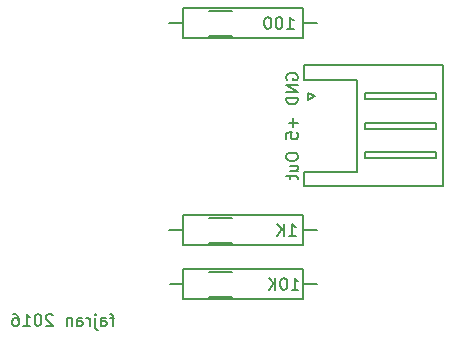
<source format=gbr>
G04 #@! TF.FileFunction,Legend,Bot*
%FSLAX46Y46*%
G04 Gerber Fmt 4.6, Leading zero omitted, Abs format (unit mm)*
G04 Created by KiCad (PCBNEW 4.0.2+e4-6225~38~ubuntu15.04.1-stable) date zo 07 aug 2016 00:42:35 CEST*
%MOMM*%
G01*
G04 APERTURE LIST*
%ADD10C,0.100000*%
%ADD11C,0.200000*%
%ADD12C,0.150000*%
G04 APERTURE END LIST*
D10*
D11*
X145954762Y-114085714D02*
X145573810Y-114085714D01*
X145811905Y-114752381D02*
X145811905Y-113895238D01*
X145764286Y-113800000D01*
X145669048Y-113752381D01*
X145573810Y-113752381D01*
X144811904Y-114752381D02*
X144811904Y-114228571D01*
X144859523Y-114133333D01*
X144954761Y-114085714D01*
X145145238Y-114085714D01*
X145240476Y-114133333D01*
X144811904Y-114704762D02*
X144907142Y-114752381D01*
X145145238Y-114752381D01*
X145240476Y-114704762D01*
X145288095Y-114609524D01*
X145288095Y-114514286D01*
X145240476Y-114419048D01*
X145145238Y-114371429D01*
X144907142Y-114371429D01*
X144811904Y-114323810D01*
X144335714Y-114085714D02*
X144335714Y-114942857D01*
X144383333Y-115038095D01*
X144478571Y-115085714D01*
X144526190Y-115085714D01*
X144335714Y-113752381D02*
X144383333Y-113800000D01*
X144335714Y-113847619D01*
X144288095Y-113800000D01*
X144335714Y-113752381D01*
X144335714Y-113847619D01*
X143859524Y-114752381D02*
X143859524Y-114085714D01*
X143859524Y-114276190D02*
X143811905Y-114180952D01*
X143764286Y-114133333D01*
X143669048Y-114085714D01*
X143573809Y-114085714D01*
X142811904Y-114752381D02*
X142811904Y-114228571D01*
X142859523Y-114133333D01*
X142954761Y-114085714D01*
X143145238Y-114085714D01*
X143240476Y-114133333D01*
X142811904Y-114704762D02*
X142907142Y-114752381D01*
X143145238Y-114752381D01*
X143240476Y-114704762D01*
X143288095Y-114609524D01*
X143288095Y-114514286D01*
X143240476Y-114419048D01*
X143145238Y-114371429D01*
X142907142Y-114371429D01*
X142811904Y-114323810D01*
X142335714Y-114085714D02*
X142335714Y-114752381D01*
X142335714Y-114180952D02*
X142288095Y-114133333D01*
X142192857Y-114085714D01*
X142049999Y-114085714D01*
X141954761Y-114133333D01*
X141907142Y-114228571D01*
X141907142Y-114752381D01*
X140716666Y-113847619D02*
X140669047Y-113800000D01*
X140573809Y-113752381D01*
X140335713Y-113752381D01*
X140240475Y-113800000D01*
X140192856Y-113847619D01*
X140145237Y-113942857D01*
X140145237Y-114038095D01*
X140192856Y-114180952D01*
X140764285Y-114752381D01*
X140145237Y-114752381D01*
X139526190Y-113752381D02*
X139430951Y-113752381D01*
X139335713Y-113800000D01*
X139288094Y-113847619D01*
X139240475Y-113942857D01*
X139192856Y-114133333D01*
X139192856Y-114371429D01*
X139240475Y-114561905D01*
X139288094Y-114657143D01*
X139335713Y-114704762D01*
X139430951Y-114752381D01*
X139526190Y-114752381D01*
X139621428Y-114704762D01*
X139669047Y-114657143D01*
X139716666Y-114561905D01*
X139764285Y-114371429D01*
X139764285Y-114133333D01*
X139716666Y-113942857D01*
X139669047Y-113847619D01*
X139621428Y-113800000D01*
X139526190Y-113752381D01*
X138240475Y-114752381D02*
X138811904Y-114752381D01*
X138526190Y-114752381D02*
X138526190Y-113752381D01*
X138621428Y-113895238D01*
X138716666Y-113990476D01*
X138811904Y-114038095D01*
X137383332Y-113752381D02*
X137573809Y-113752381D01*
X137669047Y-113800000D01*
X137716666Y-113847619D01*
X137811904Y-113990476D01*
X137859523Y-114180952D01*
X137859523Y-114561905D01*
X137811904Y-114657143D01*
X137764285Y-114704762D01*
X137669047Y-114752381D01*
X137478570Y-114752381D01*
X137383332Y-114704762D01*
X137335713Y-114657143D01*
X137288094Y-114561905D01*
X137288094Y-114323810D01*
X137335713Y-114228571D01*
X137383332Y-114180952D01*
X137478570Y-114133333D01*
X137669047Y-114133333D01*
X137764285Y-114180952D01*
X137811904Y-114228571D01*
X137859523Y-114323810D01*
D12*
X160536000Y-93909048D02*
X160488381Y-93813810D01*
X160488381Y-93670953D01*
X160536000Y-93528095D01*
X160631238Y-93432857D01*
X160726476Y-93385238D01*
X160916952Y-93337619D01*
X161059810Y-93337619D01*
X161250286Y-93385238D01*
X161345524Y-93432857D01*
X161440762Y-93528095D01*
X161488381Y-93670953D01*
X161488381Y-93766191D01*
X161440762Y-93909048D01*
X161393143Y-93956667D01*
X161059810Y-93956667D01*
X161059810Y-93766191D01*
X161488381Y-94385238D02*
X160488381Y-94385238D01*
X161488381Y-94956667D01*
X160488381Y-94956667D01*
X161488381Y-95432857D02*
X160488381Y-95432857D01*
X160488381Y-95670952D01*
X160536000Y-95813810D01*
X160631238Y-95909048D01*
X160726476Y-95956667D01*
X160916952Y-96004286D01*
X161059810Y-96004286D01*
X161250286Y-95956667D01*
X161345524Y-95909048D01*
X161440762Y-95813810D01*
X161488381Y-95670952D01*
X161488381Y-95432857D01*
X161107429Y-97194762D02*
X161107429Y-97956667D01*
X161488381Y-97575715D02*
X160726476Y-97575715D01*
X160488381Y-98909048D02*
X160488381Y-98432857D01*
X160964571Y-98385238D01*
X160916952Y-98432857D01*
X160869333Y-98528095D01*
X160869333Y-98766191D01*
X160916952Y-98861429D01*
X160964571Y-98909048D01*
X161059810Y-98956667D01*
X161297905Y-98956667D01*
X161393143Y-98909048D01*
X161440762Y-98861429D01*
X161488381Y-98766191D01*
X161488381Y-98528095D01*
X161440762Y-98432857D01*
X161393143Y-98385238D01*
X160488381Y-100337619D02*
X160488381Y-100528096D01*
X160536000Y-100623334D01*
X160631238Y-100718572D01*
X160821714Y-100766191D01*
X161155048Y-100766191D01*
X161345524Y-100718572D01*
X161440762Y-100623334D01*
X161488381Y-100528096D01*
X161488381Y-100337619D01*
X161440762Y-100242381D01*
X161345524Y-100147143D01*
X161155048Y-100099524D01*
X160821714Y-100099524D01*
X160631238Y-100147143D01*
X160536000Y-100242381D01*
X160488381Y-100337619D01*
X160821714Y-101623334D02*
X161488381Y-101623334D01*
X160821714Y-101194762D02*
X161345524Y-101194762D01*
X161440762Y-101242381D01*
X161488381Y-101337619D01*
X161488381Y-101480477D01*
X161440762Y-101575715D01*
X161393143Y-101623334D01*
X160821714Y-101956667D02*
X160821714Y-102337619D01*
X160488381Y-102099524D02*
X161345524Y-102099524D01*
X161440762Y-102147143D01*
X161488381Y-102242381D01*
X161488381Y-102337619D01*
X151772000Y-112522000D02*
X151772000Y-109982000D01*
X151772000Y-109982000D02*
X161932000Y-109982000D01*
X161932000Y-109982000D02*
X161932000Y-112522000D01*
X161932000Y-112522000D02*
X151772000Y-112522000D01*
X163082000Y-111252000D02*
X161932000Y-111252000D01*
X150622000Y-111252000D02*
X151772000Y-111252000D01*
X161918000Y-105410000D02*
X161918000Y-107950000D01*
X161918000Y-107950000D02*
X151758000Y-107950000D01*
X151758000Y-107950000D02*
X151758000Y-105410000D01*
X151758000Y-105410000D02*
X161918000Y-105410000D01*
X150608000Y-106680000D02*
X151758000Y-106680000D01*
X163068000Y-106680000D02*
X161918000Y-106680000D01*
X161918000Y-87884000D02*
X161918000Y-90424000D01*
X161918000Y-90424000D02*
X151758000Y-90424000D01*
X151758000Y-90424000D02*
X151758000Y-87884000D01*
X151758000Y-87884000D02*
X161918000Y-87884000D01*
X150608000Y-89154000D02*
X151758000Y-89154000D01*
X163068000Y-89154000D02*
X161918000Y-89154000D01*
X173815000Y-97813500D02*
X173815000Y-92713500D01*
X173815000Y-92713500D02*
X162015000Y-92713500D01*
X162015000Y-92713500D02*
X162015000Y-93913500D01*
X162015000Y-93913500D02*
X166515000Y-93913500D01*
X166515000Y-93913500D02*
X166515000Y-97813500D01*
X173815000Y-97813500D02*
X173815000Y-102913500D01*
X173815000Y-102913500D02*
X162015000Y-102913500D01*
X162015000Y-102913500D02*
X162015000Y-101713500D01*
X162015000Y-101713500D02*
X166515000Y-101713500D01*
X166515000Y-101713500D02*
X166515000Y-97813500D01*
X167165000Y-95063500D02*
X173165000Y-95063500D01*
X173165000Y-95063500D02*
X173165000Y-95563500D01*
X173165000Y-95563500D02*
X167165000Y-95563500D01*
X167165000Y-95563500D02*
X167165000Y-95063500D01*
X167165000Y-97563500D02*
X173165000Y-97563500D01*
X173165000Y-97563500D02*
X173165000Y-98063500D01*
X173165000Y-98063500D02*
X167165000Y-98063500D01*
X167165000Y-98063500D02*
X167165000Y-97563500D01*
X167165000Y-100063500D02*
X173165000Y-100063500D01*
X173165000Y-100063500D02*
X173165000Y-100563500D01*
X173165000Y-100563500D02*
X167165000Y-100563500D01*
X167165000Y-100563500D02*
X167165000Y-100063500D01*
X162965000Y-95313500D02*
X162365000Y-95013500D01*
X162365000Y-95013500D02*
X162365000Y-95613500D01*
X162365000Y-95613500D02*
X162965000Y-95313500D01*
X155940000Y-88079000D02*
X153940000Y-88079000D01*
X153940000Y-90229000D02*
X155940000Y-90229000D01*
X155940000Y-105605000D02*
X153940000Y-105605000D01*
X153940000Y-107755000D02*
X155940000Y-107755000D01*
X155940000Y-110177000D02*
X153940000Y-110177000D01*
X153940000Y-112327000D02*
X155940000Y-112327000D01*
X160964476Y-111704381D02*
X161535905Y-111704381D01*
X161250191Y-111704381D02*
X161250191Y-110704381D01*
X161345429Y-110847238D01*
X161440667Y-110942476D01*
X161535905Y-110990095D01*
X160345429Y-110704381D02*
X160250190Y-110704381D01*
X160154952Y-110752000D01*
X160107333Y-110799619D01*
X160059714Y-110894857D01*
X160012095Y-111085333D01*
X160012095Y-111323429D01*
X160059714Y-111513905D01*
X160107333Y-111609143D01*
X160154952Y-111656762D01*
X160250190Y-111704381D01*
X160345429Y-111704381D01*
X160440667Y-111656762D01*
X160488286Y-111609143D01*
X160535905Y-111513905D01*
X160583524Y-111323429D01*
X160583524Y-111085333D01*
X160535905Y-110894857D01*
X160488286Y-110799619D01*
X160440667Y-110752000D01*
X160345429Y-110704381D01*
X159583524Y-111704381D02*
X159583524Y-110704381D01*
X159012095Y-111704381D02*
X159440667Y-111132952D01*
X159012095Y-110704381D02*
X159583524Y-111275810D01*
X160742285Y-107132381D02*
X161313714Y-107132381D01*
X161028000Y-107132381D02*
X161028000Y-106132381D01*
X161123238Y-106275238D01*
X161218476Y-106370476D01*
X161313714Y-106418095D01*
X160313714Y-107132381D02*
X160313714Y-106132381D01*
X159742285Y-107132381D02*
X160170857Y-106560952D01*
X159742285Y-106132381D02*
X160313714Y-106703810D01*
X160559666Y-89606381D02*
X161131095Y-89606381D01*
X160845381Y-89606381D02*
X160845381Y-88606381D01*
X160940619Y-88749238D01*
X161035857Y-88844476D01*
X161131095Y-88892095D01*
X159940619Y-88606381D02*
X159845380Y-88606381D01*
X159750142Y-88654000D01*
X159702523Y-88701619D01*
X159654904Y-88796857D01*
X159607285Y-88987333D01*
X159607285Y-89225429D01*
X159654904Y-89415905D01*
X159702523Y-89511143D01*
X159750142Y-89558762D01*
X159845380Y-89606381D01*
X159940619Y-89606381D01*
X160035857Y-89558762D01*
X160083476Y-89511143D01*
X160131095Y-89415905D01*
X160178714Y-89225429D01*
X160178714Y-88987333D01*
X160131095Y-88796857D01*
X160083476Y-88701619D01*
X160035857Y-88654000D01*
X159940619Y-88606381D01*
X158988238Y-88606381D02*
X158892999Y-88606381D01*
X158797761Y-88654000D01*
X158750142Y-88701619D01*
X158702523Y-88796857D01*
X158654904Y-88987333D01*
X158654904Y-89225429D01*
X158702523Y-89415905D01*
X158750142Y-89511143D01*
X158797761Y-89558762D01*
X158892999Y-89606381D01*
X158988238Y-89606381D01*
X159083476Y-89558762D01*
X159131095Y-89511143D01*
X159178714Y-89415905D01*
X159226333Y-89225429D01*
X159226333Y-88987333D01*
X159178714Y-88796857D01*
X159131095Y-88701619D01*
X159083476Y-88654000D01*
X158988238Y-88606381D01*
M02*

</source>
